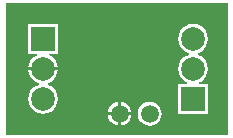
<source format=gbl>
G04*
G04 #@! TF.GenerationSoftware,Altium Limited,Altium Designer,20.2.6 (244)*
G04*
G04 Layer_Physical_Order=2*
G04 Layer_Color=16711680*
%FSLAX25Y25*%
%MOIN*%
G70*
G04*
G04 #@! TF.SameCoordinates,3BEAAA9E-F05A-440F-9624-ADC4F11FC2D3*
G04*
G04*
G04 #@! TF.FilePolarity,Positive*
G04*
G01*
G75*
%ADD23C,0.05906*%
%ADD24C,0.07874*%
%ADD25R,0.07874X0.07874*%
G36*
X77000Y-47000D02*
X3000D01*
Y-3000D01*
X77000D01*
Y-47000D01*
D02*
G37*
%LPC*%
G36*
X20437Y-10063D02*
X10563D01*
Y-19937D01*
X13516D01*
X13615Y-20437D01*
X13010Y-20687D01*
X11979Y-21479D01*
X11187Y-22510D01*
X10690Y-23711D01*
X10586Y-24500D01*
X20414D01*
X20310Y-23711D01*
X19813Y-22510D01*
X19021Y-21479D01*
X17990Y-20687D01*
X17385Y-20437D01*
X17484Y-19937D01*
X20437D01*
Y-10063D01*
D02*
G37*
G36*
X41500Y-36079D02*
Y-39500D01*
X44921D01*
X44851Y-38968D01*
X44453Y-38007D01*
X43819Y-37181D01*
X42993Y-36547D01*
X42032Y-36149D01*
X41500Y-36079D01*
D02*
G37*
G36*
X40500D02*
X39968Y-36149D01*
X39007Y-36547D01*
X38181Y-37181D01*
X37547Y-38007D01*
X37149Y-38968D01*
X37079Y-39500D01*
X40500D01*
Y-36079D01*
D02*
G37*
G36*
X65500Y-10020D02*
X64211Y-10190D01*
X63010Y-10688D01*
X61979Y-11479D01*
X61187Y-12510D01*
X60690Y-13711D01*
X60520Y-15000D01*
X60690Y-16289D01*
X61187Y-17490D01*
X61979Y-18521D01*
X63010Y-19312D01*
X64017Y-19729D01*
Y-20271D01*
X63010Y-20687D01*
X61979Y-21479D01*
X61187Y-22510D01*
X60690Y-23711D01*
X60520Y-25000D01*
X60690Y-26289D01*
X61187Y-27490D01*
X61979Y-28521D01*
X63010Y-29313D01*
X63615Y-29563D01*
X63516Y-30063D01*
X60563D01*
Y-39937D01*
X70437D01*
Y-30063D01*
X67484D01*
X67385Y-29563D01*
X67990Y-29313D01*
X69021Y-28521D01*
X69813Y-27490D01*
X70310Y-26289D01*
X70480Y-25000D01*
X70310Y-23711D01*
X69813Y-22510D01*
X69021Y-21479D01*
X67990Y-20687D01*
X66983Y-20271D01*
Y-19729D01*
X67990Y-19312D01*
X69021Y-18521D01*
X69813Y-17490D01*
X70310Y-16289D01*
X70480Y-15000D01*
X70310Y-13711D01*
X69813Y-12510D01*
X69021Y-11479D01*
X67990Y-10688D01*
X66789Y-10190D01*
X65500Y-10020D01*
D02*
G37*
G36*
X20414Y-25500D02*
X10586D01*
X10690Y-26289D01*
X11187Y-27490D01*
X11979Y-28521D01*
X13010Y-29313D01*
X14017Y-29729D01*
Y-30271D01*
X13010Y-30687D01*
X11979Y-31479D01*
X11187Y-32510D01*
X10690Y-33711D01*
X10520Y-35000D01*
X10690Y-36289D01*
X11187Y-37490D01*
X11979Y-38521D01*
X13010Y-39312D01*
X14211Y-39810D01*
X15500Y-39980D01*
X16789Y-39810D01*
X17990Y-39312D01*
X19021Y-38521D01*
X19813Y-37490D01*
X20310Y-36289D01*
X20480Y-35000D01*
X20310Y-33711D01*
X19813Y-32510D01*
X19021Y-31479D01*
X17990Y-30687D01*
X16983Y-30271D01*
Y-29729D01*
X17990Y-29313D01*
X19021Y-28521D01*
X19813Y-27490D01*
X20310Y-26289D01*
X20414Y-25500D01*
D02*
G37*
G36*
X44921Y-40500D02*
X41500D01*
Y-43921D01*
X42032Y-43851D01*
X42993Y-43453D01*
X43819Y-42819D01*
X44453Y-41993D01*
X44851Y-41032D01*
X44921Y-40500D01*
D02*
G37*
G36*
X40500D02*
X37079D01*
X37149Y-41032D01*
X37547Y-41993D01*
X38181Y-42819D01*
X39007Y-43453D01*
X39968Y-43851D01*
X40500Y-43921D01*
Y-40500D01*
D02*
G37*
G36*
X51000Y-36013D02*
X49968Y-36149D01*
X49007Y-36547D01*
X48181Y-37181D01*
X47547Y-38007D01*
X47149Y-38968D01*
X47013Y-40000D01*
X47149Y-41032D01*
X47547Y-41993D01*
X48181Y-42819D01*
X49007Y-43453D01*
X49968Y-43851D01*
X51000Y-43987D01*
X52032Y-43851D01*
X52993Y-43453D01*
X53819Y-42819D01*
X54453Y-41993D01*
X54851Y-41032D01*
X54987Y-40000D01*
X54851Y-38968D01*
X54453Y-38007D01*
X53819Y-37181D01*
X52993Y-36547D01*
X52032Y-36149D01*
X51000Y-36013D01*
D02*
G37*
%LPD*%
D23*
Y-40000D02*
D03*
X41000D02*
D03*
D24*
X65500Y-25000D02*
D03*
Y-15000D02*
D03*
X15500Y-25000D02*
D03*
Y-35000D02*
D03*
D25*
X65500D02*
D03*
X15500Y-15000D02*
D03*
M02*

</source>
